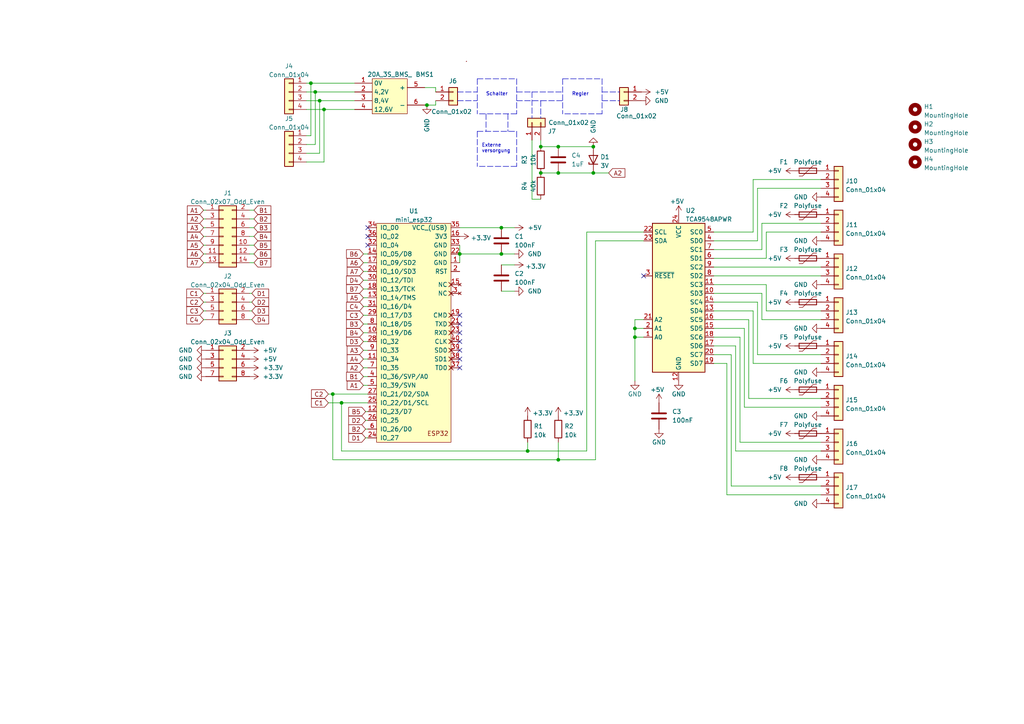
<source format=kicad_sch>
(kicad_sch (version 20211123) (generator eeschema)
  (paper "A4")
  (lib_symbols
    (symbol "Connector_Generic:Conn_01x02" (pin_names (offset 1.016) hide)
      (property "Reference" "J" (at 0 2.54 0))
      (property "Value" "Conn_01x02" (at 0 -5.08 0))
      (symbol "Conn_01x02_1_1"
        (rectangle (start -1.27 -2.413) (end 0 -2.667) (stroke (width 0.1524)))
        (rectangle (start -1.27 0.127) (end 0 -0.127) (stroke (width 0.1524)))
        (rectangle (start -1.27 1.27) (end 1.27 -3.81) (stroke (width 0.254)) (fill (type background)))
        (pin passive line (at -5.08 0 0) (length 3.81) (name "Pin_1") (number "1"))
        (pin passive line (at -5.08 -2.54 0) (length 3.81) (name "Pin_2") (number "2"))
      )
    )
    (symbol "Connector_Generic:Conn_01x04" (pin_names (offset 1.016) hide)
      (property "Reference" "J" (at 0 5.08 0))
      (property "Value" "Conn_01x04" (at 0 -7.62 0))
      (symbol "Conn_01x04_1_1"
        (rectangle (start -1.27 -4.953) (end 0 -5.207) (stroke (width 0.1524)))
        (rectangle (start -1.27 -2.413) (end 0 -2.667) (stroke (width 0.1524)))
        (rectangle (start -1.27 0.127) (end 0 -0.127) (stroke (width 0.1524)))
        (rectangle (start -1.27 2.667) (end 0 2.413) (stroke (width 0.1524)))
        (rectangle (start -1.27 3.81) (end 1.27 -6.35) (stroke (width 0.254)) (fill (type background)))
        (pin passive line (at -5.08 2.54 0) (length 3.81) (name "Pin_1") (number "1"))
        (pin passive line (at -5.08 0 0) (length 3.81) (name "Pin_2") (number "2"))
        (pin passive line (at -5.08 -2.54 0) (length 3.81) (name "Pin_3") (number "3"))
        (pin passive line (at -5.08 -5.08 0) (length 3.81) (name "Pin_4") (number "4"))
      )
    )
    (symbol "Connector_Generic:Conn_02x04_Odd_Even" (pin_names (offset 1.016) hide)
      (property "Reference" "J" (at 1.27 5.08 0))
      (property "Value" "Conn_02x04_Odd_Even" (at 1.27 -7.62 0))
      (symbol "Conn_02x04_Odd_Even_1_1"
        (rectangle (start -1.27 -4.953) (end 0 -5.207) (stroke (width 0.1524)))
        (rectangle (start -1.27 -2.413) (end 0 -2.667) (stroke (width 0.1524)))
        (rectangle (start -1.27 0.127) (end 0 -0.127) (stroke (width 0.1524)))
        (rectangle (start -1.27 2.667) (end 0 2.413) (stroke (width 0.1524)))
        (rectangle (start -1.27 3.81) (end 3.81 -6.35) (stroke (width 0.254)) (fill (type background)))
        (rectangle (start 3.81 -4.953) (end 2.54 -5.207) (stroke (width 0.1524)))
        (rectangle (start 3.81 -2.413) (end 2.54 -2.667) (stroke (width 0.1524)))
        (rectangle (start 3.81 0.127) (end 2.54 -0.127) (stroke (width 0.1524)))
        (rectangle (start 3.81 2.667) (end 2.54 2.413) (stroke (width 0.1524)))
        (pin passive line (at -5.08 2.54 0) (length 3.81) (name "Pin_1") (number "1"))
        (pin passive line (at 7.62 2.54 180) (length 3.81) (name "Pin_2") (number "2"))
        (pin passive line (at -5.08 0 0) (length 3.81) (name "Pin_3") (number "3"))
        (pin passive line (at 7.62 0 180) (length 3.81) (name "Pin_4") (number "4"))
        (pin passive line (at -5.08 -2.54 0) (length 3.81) (name "Pin_5") (number "5"))
        (pin passive line (at 7.62 -2.54 180) (length 3.81) (name "Pin_6") (number "6"))
        (pin passive line (at -5.08 -5.08 0) (length 3.81) (name "Pin_7") (number "7"))
        (pin passive line (at 7.62 -5.08 180) (length 3.81) (name "Pin_8") (number "8"))
      )
    )
    (symbol "Connector_Generic:Conn_02x07_Odd_Even" (pin_names (offset 1.016) hide)
      (property "Reference" "J" (at 1.27 10.16 0))
      (property "Value" "Conn_02x07_Odd_Even" (at 1.27 -10.16 0))
      (symbol "Conn_02x07_Odd_Even_1_1"
        (rectangle (start -1.27 -7.493) (end 0 -7.747) (stroke (width 0.1524)))
        (rectangle (start -1.27 -4.953) (end 0 -5.207) (stroke (width 0.1524)))
        (rectangle (start -1.27 -2.413) (end 0 -2.667) (stroke (width 0.1524)))
        (rectangle (start -1.27 0.127) (end 0 -0.127) (stroke (width 0.1524)))
        (rectangle (start -1.27 2.667) (end 0 2.413) (stroke (width 0.1524)))
        (rectangle (start -1.27 5.207) (end 0 4.953) (stroke (width 0.1524)))
        (rectangle (start -1.27 7.747) (end 0 7.493) (stroke (width 0.1524)))
        (rectangle (start -1.27 8.89) (end 3.81 -8.89) (stroke (width 0.254)) (fill (type background)))
        (rectangle (start 3.81 -7.493) (end 2.54 -7.747) (stroke (width 0.1524)))
        (rectangle (start 3.81 -4.953) (end 2.54 -5.207) (stroke (width 0.1524)))
        (rectangle (start 3.81 -2.413) (end 2.54 -2.667) (stroke (width 0.1524)))
        (rectangle (start 3.81 0.127) (end 2.54 -0.127) (stroke (width 0.1524)))
        (rectangle (start 3.81 2.667) (end 2.54 2.413) (stroke (width 0.1524)))
        (rectangle (start 3.81 5.207) (end 2.54 4.953) (stroke (width 0.1524)))
        (rectangle (start 3.81 7.747) (end 2.54 7.493) (stroke (width 0.1524)))
        (pin passive line (at -5.08 7.62 0) (length 3.81) (name "Pin_1") (number "1"))
        (pin passive line (at 7.62 -2.54 180) (length 3.81) (name "Pin_10") (number "10"))
        (pin passive line (at -5.08 -5.08 0) (length 3.81) (name "Pin_11") (number "11"))
        (pin passive line (at 7.62 -5.08 180) (length 3.81) (name "Pin_12") (number "12"))
        (pin passive line (at -5.08 -7.62 0) (length 3.81) (name "Pin_13") (number "13"))
        (pin passive line (at 7.62 -7.62 180) (length 3.81) (name "Pin_14") (number "14"))
        (pin passive line (at 7.62 7.62 180) (length 3.81) (name "Pin_2") (number "2"))
        (pin passive line (at -5.08 5.08 0) (length 3.81) (name "Pin_3") (number "3"))
        (pin passive line (at 7.62 5.08 180) (length 3.81) (name "Pin_4") (number "4"))
        (pin passive line (at -5.08 2.54 0) (length 3.81) (name "Pin_5") (number "5"))
        (pin passive line (at 7.62 2.54 180) (length 3.81) (name "Pin_6") (number "6"))
        (pin passive line (at -5.08 0 0) (length 3.81) (name "Pin_7") (number "7"))
        (pin passive line (at 7.62 0 180) (length 3.81) (name "Pin_8") (number "8"))
        (pin passive line (at -5.08 -2.54 0) (length 3.81) (name "Pin_9") (number "9"))
      )
    )
    (symbol "Custom Components:20A_3S_BMS_"
      (property "Reference" "BMS" (at 0 10.16 0))
      (property "Value" "20A_3S_BMS_" (at 0 -10.16 0))
      (symbol "20A_3S_BMS__0_1"
        (rectangle (start -5.08 5.08) (end 5.08 -5.08) (stroke (width 0.1524)) (fill (type background)))
        (polyline (pts (xy 22.225 10.16) (xy 22.225 10.16)) (stroke (width 0.1524)))
        (polyline (pts (xy 22.225 10.16) (xy 22.225 10.16)) (stroke (width 0.1524)))
        (polyline (pts (xy 22.225 10.16) (xy 22.225 10.16)) (stroke (width 0.1524)))
        (polyline (pts (xy 22.225 10.16) (xy 22.225 10.16)) (stroke (width 0.1524)))
        (polyline (pts (xy 22.225 10.16) (xy 22.225 10.16)) (stroke (width 0.1524)))
        (rectangle (start 22.225 10.16) (end 22.225 10.16) (stroke (width 0.1524)))
        (rectangle (start 22.225 10.16) (end 22.225 10.16) (stroke (width 0.1524)))
        (rectangle (start 22.225 10.16) (end 22.225 10.16) (stroke (width 0.1524)))
        (rectangle (start 22.225 10.16) (end 22.225 10.16) (stroke (width 0.1524)))
        (rectangle (start 22.225 10.16) (end 22.225 10.16) (stroke (width 0.1524)))
        (rectangle (start 22.225 10.16) (end 22.225 10.16) (stroke (width 0.1524)))
        (rectangle (start 22.225 10.16) (end 22.225 10.16) (stroke (width 0.1524)))
        (rectangle (start 22.225 10.16) (end 22.225 10.16) (stroke (width 0.1524)))
        (rectangle (start 22.225 10.16) (end 22.225 10.16) (stroke (width 0.1524)))
        (rectangle (start 22.225 10.16) (end 22.225 10.16) (stroke (width 0.1524)))
        (rectangle (start 22.225 10.16) (end 22.225 10.16) (stroke (width 0.1524)))
        (rectangle (start 22.225 10.16) (end 22.225 10.16) (stroke (width 0.1524)))
        (rectangle (start 22.225 10.16) (end 22.225 10.16) (stroke (width 0.1524)))
        (rectangle (start 22.225 10.16) (end 22.225 10.16) (stroke (width 0.1524)))
        (rectangle (start 22.225 10.16) (end 22.225 10.16) (stroke (width 0.1524)))
        (rectangle (start 22.225 10.16) (end 22.225 10.16) (stroke (width 0.1524)))
        (rectangle (start 22.225 10.16) (end 22.225 10.16) (stroke (width 0.1524)))
        (rectangle (start 22.225 10.16) (end 22.225 10.16) (stroke (width 0.1524)))
        (rectangle (start 22.225 10.16) (end 22.225 10.16) (stroke (width 0.1524)))
        (rectangle (start 22.225 10.16) (end 22.225 10.16) (stroke (width 0.1524)))
        (rectangle (start 22.225 10.16) (end 22.225 10.16) (stroke (width 0.1524)))
        (rectangle (start 22.225 10.16) (end 22.225 10.16) (stroke (width 0.1524)))
        (rectangle (start 22.225 10.16) (end 22.225 10.16) (stroke (width 0.1524)))
        (rectangle (start 22.225 10.16) (end 22.225 10.16) (stroke (width 0.1524)))
      )
      (symbol "20A_3S_BMS__1_1"
        (pin input line (at -10.16 3.81 0) (length 5.08) (name "0V") (number "1"))
        (pin input line (at -10.16 1.27 0) (length 5.08) (name "4,2V") (number "2"))
        (pin input line (at -10.16 -1.27 0) (length 5.08) (name "8,4V") (number "3"))
        (pin input line (at -10.16 -3.81 0) (length 5.08) (name "12,6V") (number "4"))
        (pin output line (at 10.16 2.54 180) (length 5.08) (name "+") (number "5"))
        (pin output line (at 10.16 -2.54 180) (length 5.08) (name "-") (number "6"))
      )
    )
    (symbol "Device:C" (pin_numbers hide) (pin_names (offset 0.254))
      (property "Reference" "C" (at 0.635 2.54 0))
      (property "Value" "C" (at 0.635 -2.54 0))
      (symbol "C_0_1"
        (polyline (pts (xy -2.032 -0.762) (xy 2.032 -0.762)) (stroke (width 0.508)))
        (polyline (pts (xy -2.032 0.762) (xy 2.032 0.762)) (stroke (width 0.508)))
      )
      (symbol "C_1_1"
        (pin passive line (at 0 3.81 270) (length 2.794) (name "~") (number "1"))
        (pin passive line (at 0 -3.81 90) (length 2.794) (name "~") (number "2"))
      )
    )
    (symbol "Device:D_Zener" (pin_numbers hide) (pin_names (offset 1.016) hide)
      (property "Reference" "D" (at 0 2.54 0))
      (property "Value" "D_Zener" (at 0 -2.54 0))
      (symbol "D_Zener_0_1"
        (polyline (pts (xy 1.27 0) (xy -1.27 0)))
        (polyline (pts (xy -1.27 -1.27) (xy -1.27 1.27) (xy -0.762 1.27)) (stroke (width 0.254)))
        (polyline (pts (xy 1.27 -1.27) (xy 1.27 1.27) (xy -1.27 0) (xy 1.27 -1.27)) (stroke (width 0.254)))
      )
      (symbol "D_Zener_1_1"
        (pin passive line (at -3.81 0 0) (length 2.54) (name "K") (number "1"))
        (pin passive line (at 3.81 0 180) (length 2.54) (name "A") (number "2"))
      )
    )
    (symbol "Device:Polyfuse" (pin_numbers hide) (pin_names (offset 0))
      (property "Reference" "F" (at -2.54 0 90))
      (property "Value" "Polyfuse" (at 2.54 0 90))
      (symbol "Polyfuse_0_1"
        (rectangle (start -0.762 2.54) (end 0.762 -2.54) (stroke (width 0.254)))
        (polyline (pts (xy 0 2.54) (xy 0 -2.54)))
        (polyline (pts (xy -1.524 2.54) (xy -1.524 1.524) (xy 1.524 -1.524) (xy 1.524 -2.54)))
      )
      (symbol "Polyfuse_1_1"
        (pin passive line (at 0 3.81 270) (length 1.27) (name "~") (number "1"))
        (pin passive line (at 0 -3.81 90) (length 1.27) (name "~") (number "2"))
      )
    )
    (symbol "Device:R" (pin_numbers hide) (pin_names (offset 0))
      (property "Reference" "R" (at 2.032 0 90))
      (property "Value" "R" (at 0 0 90))
      (symbol "R_0_1"
        (rectangle (start -1.016 -2.54) (end 1.016 2.54) (stroke (width 0.254)))
      )
      (symbol "R_1_1"
        (pin passive line (at 0 3.81 270) (length 1.27) (name "~") (number "1"))
        (pin passive line (at 0 -3.81 90) (length 1.27) (name "~") (number "2"))
      )
    )
    (symbol "ESPMINI:mini_esp32" (pin_names (offset 1.016))
      (property "Reference" "U" (at -7.62 -50.8 0))
      (property "Value" "mini_esp32" (at 5.08 -59.69 0))
      (symbol "mini_esp32_0_0"
        (text "ESP32" (at 7.62 -62.23 0) (effects (font (size 1.27 1.27))))
        (pin power_in line (at 13.97 -12.7 180) (length 2.54) (name "GND") (number "1"))
        (pin input line (at 13.97 -15.24 180) (length 2.54) (name "RST") (number "2"))
        (pin no_connect non_logic (at 13.97 -21.59 180) (length 2.54) (name "NC") (number "3"))
        (pin bidirectional line (at -12.7 -45.72 0) (length 2.54) (name "IO_36/SVP/A0") (number "4"))
        (pin bidirectional line (at -12.7 -48.26 0) (length 2.54) (name "IO_39/SVN") (number "5"))
      )
      (symbol "mini_esp32_0_1"
        (rectangle (start -10.16 -1.27) (end 11.43 -64.77) (fill (type background)))
      )
      (symbol "mini_esp32_1_1"
        (pin bidirectional line (at -12.7 -33.02 0) (length 2.54) (name "IO_19/D6") (number "10"))
        (pin bidirectional line (at -12.7 -40.64 0) (length 2.54) (name "IO_34") (number "11"))
        (pin bidirectional line (at -12.7 -55.88 0) (length 2.54) (name "IO_23/D7") (number "12"))
        (pin bidirectional line (at -12.7 -22.86 0) (length 2.54) (name "IO_14/TMS") (number "13"))
        (pin bidirectional line (at -12.7 -10.16 0) (length 2.54) (name "IO_05/D8") (number "14"))
        (pin no_connect non_logic (at 13.97 -19.05 180) (length 2.54) (name "NC") (number "15"))
        (pin power_in line (at 13.97 -5.08 180) (length 2.54) (name "3V3") (number "16"))
        (pin bidirectional line (at -12.7 -12.7 0) (length 2.54) (name "IO_09/SD2") (number "17"))
        (pin bidirectional line (at -12.7 -20.32 0) (length 2.54) (name "IO_13/TCK") (number "18"))
        (pin passive non_logic (at 13.97 -27.94 180) (length 2.54) (name "CMD") (number "19"))
        (pin bidirectional line (at -12.7 -15.24 0) (length 2.54) (name "IO_10/SD3") (number "20"))
        (pin passive non_logic (at 13.97 -30.48 180) (length 2.54) (name "TXD") (number "21"))
        (pin power_in line (at 13.97 -10.16 180) (length 2.54) (name "GND") (number "22"))
        (pin passive non_logic (at 13.97 -33.02 180) (length 2.54) (name "RXD") (number "23"))
        (pin bidirectional line (at -12.7 -63.5 0) (length 2.54) (name "IO_27") (number "24"))
        (pin bidirectional line (at -12.7 -53.34 0) (length 2.54) (name "IO_22/D1/SCL") (number "25"))
        (pin bidirectional line (at -12.7 -58.42 0) (length 2.54) (name "IO_25") (number "26"))
        (pin bidirectional line (at -12.7 -50.8 0) (length 2.54) (name "IO_21/D2/SDA") (number "27"))
        (pin bidirectional line (at -12.7 -35.56 0) (length 2.54) (name "IO_32") (number "28"))
        (pin bidirectional line (at -12.7 -27.94 0) (length 2.54) (name "IO_17/D3") (number "29"))
        (pin bidirectional line (at -12.7 -17.78 0) (length 2.54) (name "IO_12/TDI") (number "30"))
        (pin bidirectional line (at -12.7 -25.4 0) (length 2.54) (name "IO_16/D4") (number "31"))
        (pin bidirectional line (at -12.7 -7.62 0) (length 2.54) (name "IO_04") (number "32"))
        (pin power_in line (at 13.97 -7.62 180) (length 2.54) (name "GND") (number "33"))
        (pin bidirectional line (at -12.7 -2.54 0) (length 2.54) (name "IO_00") (number "34"))
        (pin power_in line (at 13.97 -2.54 180) (length 2.54) (name "VCC_(USB)") (number "35"))
        (pin bidirectional line (at -12.7 -5.08 0) (length 2.54) (name "IO_02") (number "36"))
        (pin passive non_logic (at 13.97 -43.18 180) (length 2.54) (name "TD0") (number "37"))
        (pin passive non_logic (at 13.97 -40.64 180) (length 2.54) (name "SD1") (number "38"))
        (pin passive non_logic (at 13.97 -38.1 180) (length 2.54) (name "SD0") (number "39"))
        (pin passive non_logic (at 13.97 -35.56 180) (length 2.54) (name "CLK") (number "40"))
        (pin bidirectional line (at -12.7 -60.96 0) (length 2.54) (name "IO_26/D0") (number "6"))
        (pin bidirectional line (at -12.7 -43.18 0) (length 2.54) (name "IO_35") (number "7"))
        (pin bidirectional line (at -12.7 -30.48 0) (length 2.54) (name "IO_18/D5") (number "8"))
        (pin bidirectional line (at -12.7 -38.1 0) (length 2.54) (name "IO_33") (number "9"))
      )
    )
    (symbol "Interface_Expansion:TCA9548APWR"
      (property "Reference" "U" (at -7.62 21.59 0))
      (property "Value" "TCA9548APWR" (at 1.016 21.59 0))
      (symbol "TCA9548APWR_0_1"
        (rectangle (start -7.62 20.32) (end 7.62 -22.86) (stroke (width 0.254)) (fill (type background)))
      )
      (symbol "TCA9548APWR_1_1"
        (pin input line (at -10.16 -12.7 0) (length 2.54) (name "A0") (number "1"))
        (pin bidirectional line (at 10.16 0 180) (length 2.54) (name "SD3") (number "10"))
        (pin output line (at 10.16 2.54 180) (length 2.54) (name "SC3") (number "11"))
        (pin power_in line (at 0 -25.4 90) (length 2.54) (name "GND") (number "12"))
        (pin bidirectional line (at 10.16 -5.08 180) (length 2.54) (name "SD4") (number "13"))
        (pin output line (at 10.16 -2.54 180) (length 2.54) (name "SC4") (number "14"))
        (pin bidirectional line (at 10.16 -10.16 180) (length 2.54) (name "SD5") (number "15"))
        (pin output line (at 10.16 -7.62 180) (length 2.54) (name "SC5") (number "16"))
        (pin bidirectional line (at 10.16 -15.24 180) (length 2.54) (name "SD6") (number "17"))
        (pin output line (at 10.16 -12.7 180) (length 2.54) (name "SC6") (number "18"))
        (pin bidirectional line (at 10.16 -20.32 180) (length 2.54) (name "SD7") (number "19"))
        (pin input line (at -10.16 -10.16 0) (length 2.54) (name "A1") (number "2"))
        (pin output line (at 10.16 -17.78 180) (length 2.54) (name "SC7") (number "20"))
        (pin input line (at -10.16 -7.62 0) (length 2.54) (name "A2") (number "21"))
        (pin input line (at -10.16 17.78 0) (length 2.54) (name "SCL") (number "22"))
        (pin bidirectional line (at -10.16 15.24 0) (length 2.54) (name "SDA") (number "23"))
        (pin power_in line (at 0 22.86 270) (length 2.54) (name "VCC") (number "24"))
        (pin input line (at -10.16 5.08 0) (length 2.54) (name "~{RESET}") (number "3"))
        (pin bidirectional line (at 10.16 15.24 180) (length 2.54) (name "SD0") (number "4"))
        (pin output line (at 10.16 17.78 180) (length 2.54) (name "SC0") (number "5"))
        (pin bidirectional line (at 10.16 10.16 180) (length 2.54) (name "SD1") (number "6"))
        (pin output line (at 10.16 12.7 180) (length 2.54) (name "SC1") (number "7"))
        (pin bidirectional line (at 10.16 5.08 180) (length 2.54) (name "SD2") (number "8"))
        (pin output line (at 10.16 7.62 180) (length 2.54) (name "SC2") (number "9"))
      )
    )
    (symbol "Mechanical:MountingHole" (pin_names (offset 1.016))
      (property "Reference" "H" (at 0 5.08 0))
      (property "Value" "MountingHole" (at 0 3.175 0))
      (symbol "MountingHole_0_1"
        (circle (center 0 0) (radius 1.27) (stroke (width 1.27)))
      )
    )
    (symbol "power:+3.3V" (power) (pin_names (offset 0))
      (property "Value" "+3.3V" (at 0 3.556 0))
      (symbol "+3.3V_0_1"
        (polyline (pts (xy -0.762 1.27) (xy 0 2.54)))
        (polyline (pts (xy 0 0) (xy 0 2.54)))
        (polyline (pts (xy 0 2.54) (xy 0.762 1.27)))
      )
      (symbol "+3.3V_1_1"
        (pin power_in line (at 0 0 90) (length 0) hide (name "+3.3V") (number "1"))
      )
    )
    (symbol "power:+5V" (power) (pin_names (offset 0))
      (property "Value" "+5V" (at 0 3.556 0))
      (symbol "+5V_0_1"
        (polyline (pts (xy -0.762 1.27) (xy 0 2.54)))
        (polyline (pts (xy 0 0) (xy 0 2.54)))
        (polyline (pts (xy 0 2.54) (xy 0.762 1.27)))
      )
      (symbol "+5V_1_1"
        (pin power_in line (at 0 0 90) (length 0) hide (name "+5V") (number "1"))
      )
    )
    (symbol "power:GND" (power) (pin_names (offset 0))
      (property "Value" "GND" (at 0 -3.81 0))
      (symbol "GND_0_1"
        (polyline (pts (xy 0 0) (xy 0 -1.27) (xy 1.27 -1.27) (xy 0 -2.54) (xy -1.27 -1.27) (xy 0 -1.27)))
      )
      (symbol "GND_1_1"
        (pin power_in line (at 0 0 270) (length 0) hide (name "GND") (number "1"))
      )
    )
  )
  (junction (at 161.925 50.165))
  (junction (at 156.845 42.545))
  (junction (at 99.06 116.84))
  (junction (at 172.085 42.545))
  (junction (at 123.825 30.48))
  (junction (at 145.415 66.04))
  (junction (at 93.98 31.75))
  (junction (at 133.35 73.66))
  (junction (at 92.71 29.21))
  (junction (at 184.15 97.79))
  (junction (at 145.415 73.66))
  (junction (at 156.845 50.165))
  (junction (at 161.925 133.35))
  (junction (at 184.15 95.25))
  (junction (at 161.925 42.545))
  (junction (at 153.035 130.81))
  (junction (at 90.17 24.13))
  (junction (at 91.44 26.67))
  (junction (at 172.085 50.165))
  (junction (at 96.52 114.3))
  (no_connect (at 186.69 80.01))
  (no_connect (at 106.68 66.04))
  (no_connect (at 106.68 68.58))
  (no_connect (at 106.68 71.12))
  (no_connect (at 133.35 91.44))
  (no_connect (at 133.35 93.98))
  (no_connect (at 133.35 96.52))
  (no_connect (at 133.35 99.06))
  (no_connect (at 133.35 104.14))
  (no_connect (at 133.35 106.68))
  (no_connect (at 133.35 101.6))
  (polyline (pts (xy 154.305 26.67) (xy 163.195 26.67)))
  (wire (pts (xy 73.025 85.09) (xy 72.39 85.09)))
  (wire (pts (xy 212.09 102.87) (xy 212.09 140.97)))
  (wire (pts (xy 105.41 83.82) (xy 106.68 83.82)))
  (polyline (pts (xy 149.86 29.21) (xy 156.845 29.21)))
  (wire (pts (xy 207.01 97.79) (xy 214.63 97.79)))
  (wire (pts (xy 215.9 118.11) (xy 238.125 118.11)))
  (wire (pts (xy 59.055 85.09) (xy 59.69 85.09)))
  (wire (pts (xy 88.9 41.91) (xy 91.44 41.91)))
  (wire (pts (xy 207.01 80.01) (xy 238.125 80.01)))
  (wire (pts (xy 222.25 74.93) (xy 222.25 67.31)))
  (wire (pts (xy 218.44 67.31) (xy 218.44 52.07)))
  (wire (pts (xy 96.52 114.3) (xy 96.52 133.35)))
  (wire (pts (xy 73.66 66.04) (xy 72.39 66.04)))
  (wire (pts (xy 218.44 105.41) (xy 238.125 105.41)))
  (wire (pts (xy 73.66 60.96) (xy 72.39 60.96)))
  (wire (pts (xy 105.41 81.28) (xy 106.68 81.28)))
  (wire (pts (xy 96.52 114.3) (xy 106.68 114.3)))
  (wire (pts (xy 73.025 87.63) (xy 72.39 87.63)))
  (wire (pts (xy 123.19 25.4) (xy 126.365 25.4)))
  (wire (pts (xy 172.72 133.35) (xy 172.72 69.85)))
  (wire (pts (xy 105.41 78.74) (xy 106.68 78.74)))
  (polyline (pts (xy 149.86 22.86) (xy 149.86 33.02)))
  (polyline (pts (xy 156.845 29.21) (xy 156.845 34.29)))
  (wire (pts (xy 220.98 92.71) (xy 238.125 92.71)))
  (polyline (pts (xy 174.625 22.86) (xy 174.625 33.02)))
  (wire (pts (xy 219.71 102.87) (xy 238.125 102.87)))
  (wire (pts (xy 207.01 69.85) (xy 219.71 69.85)))
  (wire (pts (xy 105.41 96.52) (xy 106.68 96.52)))
  (wire (pts (xy 153.035 128.27) (xy 153.035 130.81)))
  (wire (pts (xy 59.055 73.66) (xy 59.69 73.66)))
  (wire (pts (xy 92.71 29.21) (xy 102.87 29.21)))
  (wire (pts (xy 123.19 30.48) (xy 123.825 30.48)))
  (wire (pts (xy 105.41 86.36) (xy 106.68 86.36)))
  (wire (pts (xy 88.9 44.45) (xy 92.71 44.45)))
  (wire (pts (xy 217.17 115.57) (xy 238.125 115.57)))
  (wire (pts (xy 207.01 90.17) (xy 218.44 90.17)))
  (wire (pts (xy 88.9 46.99) (xy 93.98 46.99)))
  (wire (pts (xy 207.01 72.39) (xy 220.98 72.39)))
  (wire (pts (xy 105.41 91.44) (xy 106.68 91.44)))
  (polyline (pts (xy 138.43 22.86) (xy 149.86 22.86)))
  (wire (pts (xy 184.15 97.79) (xy 184.15 110.49)))
  (wire (pts (xy 154.305 57.785) (xy 154.305 40.64)))
  (wire (pts (xy 73.025 92.71) (xy 72.39 92.71)))
  (wire (pts (xy 214.63 97.79) (xy 214.63 128.27)))
  (wire (pts (xy 184.15 92.71) (xy 184.15 95.25)))
  (wire (pts (xy 172.72 69.85) (xy 186.69 69.85)))
  (wire (pts (xy 156.845 42.545) (xy 161.925 42.545)))
  (wire (pts (xy 105.41 101.6) (xy 106.68 101.6)))
  (wire (pts (xy 88.9 24.13) (xy 90.17 24.13)))
  (wire (pts (xy 73.66 68.58) (xy 72.39 68.58)))
  (wire (pts (xy 149.225 66.04) (xy 145.415 66.04)))
  (wire (pts (xy 207.01 74.93) (xy 222.25 74.93)))
  (wire (pts (xy 105.41 111.76) (xy 106.68 111.76)))
  (wire (pts (xy 161.925 133.35) (xy 172.72 133.35)))
  (wire (pts (xy 207.01 67.31) (xy 218.44 67.31)))
  (wire (pts (xy 59.055 92.71) (xy 59.69 92.71)))
  (wire (pts (xy 106.045 127) (xy 106.68 127)))
  (wire (pts (xy 106.045 121.92) (xy 106.68 121.92)))
  (wire (pts (xy 218.44 52.07) (xy 238.125 52.07)))
  (wire (pts (xy 99.06 116.84) (xy 106.68 116.84)))
  (wire (pts (xy 215.9 95.25) (xy 215.9 118.11)))
  (wire (pts (xy 59.055 60.96) (xy 59.69 60.96)))
  (wire (pts (xy 105.41 99.06) (xy 106.68 99.06)))
  (wire (pts (xy 161.925 50.165) (xy 172.085 50.165)))
  (wire (pts (xy 123.825 30.48) (xy 126.365 30.48)))
  (wire (pts (xy 59.055 63.5) (xy 59.69 63.5)))
  (wire (pts (xy 156.845 50.165) (xy 161.925 50.165)))
  (polyline (pts (xy 154.305 26.67) (xy 154.305 34.29)))
  (wire (pts (xy 207.01 92.71) (xy 217.17 92.71)))
  (wire (pts (xy 219.71 54.61) (xy 238.125 54.61)))
  (wire (pts (xy 149.225 84.455) (xy 145.415 84.455)))
  (wire (pts (xy 207.01 95.25) (xy 215.9 95.25)))
  (wire (pts (xy 184.15 95.25) (xy 184.15 97.79)))
  (polyline (pts (xy 163.195 22.86) (xy 174.625 22.86)))
  (wire (pts (xy 184.15 97.79) (xy 186.69 97.79)))
  (wire (pts (xy 222.25 90.17) (xy 238.125 90.17)))
  (wire (pts (xy 93.98 46.99) (xy 93.98 31.75)))
  (wire (pts (xy 220.98 72.39) (xy 220.98 64.77)))
  (wire (pts (xy 88.9 29.21) (xy 92.71 29.21)))
  (polyline (pts (xy 138.43 22.86) (xy 138.43 33.02)))
  (wire (pts (xy 219.71 87.63) (xy 219.71 102.87)))
  (wire (pts (xy 105.41 76.2) (xy 106.68 76.2)))
  (wire (pts (xy 217.17 92.71) (xy 217.17 115.57)))
  (wire (pts (xy 161.925 128.27) (xy 161.925 133.35)))
  (polyline (pts (xy 132.715 29.21) (xy 138.43 29.21)))
  (wire (pts (xy 95.25 114.3) (xy 96.52 114.3)))
  (wire (pts (xy 73.66 73.66) (xy 72.39 73.66)))
  (wire (pts (xy 213.36 130.81) (xy 238.125 130.81)))
  (wire (pts (xy 105.41 104.14) (xy 106.68 104.14)))
  (wire (pts (xy 222.25 82.55) (xy 222.25 90.17)))
  (polyline (pts (xy 147.32 33.02) (xy 147.32 38.1)))
  (wire (pts (xy 59.055 90.17) (xy 59.69 90.17)))
  (wire (pts (xy 207.01 82.55) (xy 222.25 82.55)))
  (wire (pts (xy 133.35 71.12) (xy 133.35 73.66)))
  (wire (pts (xy 91.44 26.67) (xy 102.87 26.67)))
  (wire (pts (xy 92.71 44.45) (xy 92.71 29.21)))
  (wire (pts (xy 207.01 105.41) (xy 210.82 105.41)))
  (wire (pts (xy 156.845 40.64) (xy 156.845 42.545)))
  (wire (pts (xy 105.41 73.66) (xy 106.68 73.66)))
  (wire (pts (xy 99.06 130.81) (xy 153.035 130.81)))
  (polyline (pts (xy 174.625 29.21) (xy 179.705 29.21)))
  (wire (pts (xy 99.06 116.84) (xy 99.06 130.81)))
  (wire (pts (xy 222.25 67.31) (xy 238.125 67.31)))
  (wire (pts (xy 59.055 68.58) (xy 59.69 68.58)))
  (polyline (pts (xy 149.86 38.1) (xy 149.86 48.26)))
  (wire (pts (xy 149.225 73.66) (xy 145.415 73.66)))
  (wire (pts (xy 91.44 41.91) (xy 91.44 26.67)))
  (wire (pts (xy 156.845 57.785) (xy 154.305 57.785)))
  (wire (pts (xy 106.045 119.38) (xy 106.68 119.38)))
  (wire (pts (xy 59.055 71.12) (xy 59.69 71.12)))
  (wire (pts (xy 210.82 143.51) (xy 238.125 143.51)))
  (wire (pts (xy 126.365 29.21) (xy 126.365 30.48)))
  (wire (pts (xy 88.9 26.67) (xy 91.44 26.67)))
  (wire (pts (xy 95.25 116.84) (xy 99.06 116.84)))
  (wire (pts (xy 133.35 66.04) (xy 145.415 66.04)))
  (wire (pts (xy 88.9 31.75) (xy 93.98 31.75)))
  (wire (pts (xy 220.98 85.09) (xy 220.98 92.71)))
  (polyline (pts (xy 149.86 26.67) (xy 154.305 26.67)))
  (wire (pts (xy 73.66 71.12) (xy 72.39 71.12)))
  (wire (pts (xy 93.98 31.75) (xy 102.87 31.75)))
  (wire (pts (xy 105.41 106.68) (xy 106.68 106.68)))
  (wire (pts (xy 88.9 39.37) (xy 90.17 39.37)))
  (polyline (pts (xy 174.625 26.67) (xy 179.705 26.67)))
  (wire (pts (xy 207.01 100.33) (xy 213.36 100.33)))
  (wire (pts (xy 105.41 93.98) (xy 106.68 93.98)))
  (wire (pts (xy 213.36 100.33) (xy 213.36 130.81)))
  (wire (pts (xy 161.925 42.545) (xy 172.085 42.545)))
  (wire (pts (xy 184.15 95.25) (xy 186.69 95.25)))
  (wire (pts (xy 105.41 109.22) (xy 106.68 109.22)))
  (polyline (pts (xy 140.97 33.02) (xy 140.97 38.1)))
  (wire (pts (xy 212.09 140.97) (xy 238.125 140.97)))
  (wire (pts (xy 207.01 87.63) (xy 219.71 87.63)))
  (wire (pts (xy 153.035 130.81) (xy 170.18 130.81)))
  (wire (pts (xy 214.63 128.27) (xy 238.125 128.27)))
  (wire (pts (xy 218.44 90.17) (xy 218.44 105.41)))
  (wire (pts (xy 207.01 102.87) (xy 212.09 102.87)))
  (wire (pts (xy 105.41 88.9) (xy 106.68 88.9)))
  (wire (pts (xy 220.98 64.77) (xy 238.125 64.77)))
  (wire (pts (xy 186.69 92.71) (xy 184.15 92.71)))
  (wire (pts (xy 59.055 87.63) (xy 59.69 87.63)))
  (polyline (pts (xy 138.43 38.1) (xy 138.43 48.26)))
  (wire (pts (xy 219.71 69.85) (xy 219.71 54.61)))
  (polyline (pts (xy 149.86 33.02) (xy 138.43 33.02)))
  (polyline (pts (xy 174.625 33.02) (xy 163.195 33.02)))
  (polyline (pts (xy 132.715 26.67) (xy 138.43 26.67)))
  (wire (pts (xy 73.66 63.5) (xy 72.39 63.5)))
  (wire (pts (xy 170.18 67.31) (xy 186.69 67.31)))
  (wire (pts (xy 172.085 50.165) (xy 176.53 50.165)))
  (wire (pts (xy 59.055 76.2) (xy 59.69 76.2)))
  (wire (pts (xy 133.35 73.66) (xy 145.415 73.66)))
  (wire (pts (xy 59.055 66.04) (xy 59.69 66.04)))
  (wire (pts (xy 207.01 77.47) (xy 238.125 77.47)))
  (wire (pts (xy 73.025 90.17) (xy 72.39 90.17)))
  (wire (pts (xy 126.365 25.4) (xy 126.365 26.67)))
  (polyline (pts (xy 149.86 48.26) (xy 138.43 48.26)))
  (wire (pts (xy 210.82 105.41) (xy 210.82 143.51)))
  (wire (pts (xy 90.17 24.13) (xy 90.17 39.37)))
  (wire (pts (xy 170.18 130.81) (xy 170.18 67.31)))
  (polyline (pts (xy 163.195 22.86) (xy 163.195 33.02)))
  (polyline (pts (xy 138.43 38.1) (xy 149.86 38.1)))
  (wire (pts (xy 96.52 133.35) (xy 161.925 133.35)))
  (wire (pts (xy 149.225 76.835) (xy 145.415 76.835)))
  (wire (pts (xy 133.35 73.66) (xy 133.35 76.2)))
  (polyline (pts (xy 156.845 29.21) (xy 163.195 29.21)))
  (wire (pts (xy 73.66 76.2) (xy 72.39 76.2)))
  (wire (pts (xy 106.045 124.46) (xy 106.68 124.46)))
  (wire (pts (xy 90.17 24.13) (xy 102.87 24.13)))
  (wire (pts (xy 207.01 85.09) (xy 220.98 85.09)))
  (text "Schalter" (at 147.32 27.94 180) (effects (font (size 1 1)) (justify right bottom)))
  (text "Externe\nversorgung" (at 139.7 44.45 0) (effects (font (size 1 1)) (justify left bottom)))
  (text "Regler" (at 170.815 27.94 180) (effects (font (size 1 1)) (justify right bottom)))
  (global_label "B3" (shape input) (at 105.41 93.98 180) (property "Intersheet References" "${INTERSHEET_REFS}" (effects hide)))
  (global_label "A6" (shape input) (at 59.055 73.66 180) (property "Intersheet References" "${INTERSHEET_REFS}" (effects hide)))
  (global_label "B1" (shape input) (at 73.66 60.96 0) (property "Intersheet References" "${INTERSHEET_REFS}" (effects hide)))
  (global_label "D1" (shape input) (at 73.025 85.09 0) (property "Intersheet References" "${INTERSHEET_REFS}" (effects hide)))
  (global_label "A5" (shape input) (at 105.41 86.36 180) (property "Intersheet References" "${INTERSHEET_REFS}" (effects hide)))
  (global_label "D4" (shape input) (at 105.41 81.28 180) (property "Intersheet References" "${INTERSHEET_REFS}" (effects hide)))
  (global_label "C2" (shape input) (at 59.055 87.63 180) (property "Intersheet References" "${INTERSHEET_REFS}" (effects hide)))
  (global_label "C4" (shape input) (at 105.41 88.9 180) (property "Intersheet References" "${INTERSHEET_REFS}" (effects hide)))
  (global_label "B2" (shape input) (at 106.045 124.46 180) (property "Intersheet References" "${INTERSHEET_REFS}" (effects hide)))
  (global_label "A4" (shape input) (at 105.41 104.14 180) (property "Intersheet References" "${INTERSHEET_REFS}" (effects hide)))
  (global_label "A7" (shape input) (at 59.055 76.2 180) (property "Intersheet References" "${INTERSHEET_REFS}" (effects hide)))
  (global_label "C4" (shape input) (at 59.055 92.71 180) (property "Intersheet References" "${INTERSHEET_REFS}" (effects hide)))
  (global_label "A7" (shape input) (at 105.41 78.74 180) (property "Intersheet References" "${INTERSHEET_REFS}" (effects hide)))
  (global_label "C1" (shape input) (at 59.055 85.09 180) (property "Intersheet References" "${INTERSHEET_REFS}" (effects hide)))
  (global_label "A2" (shape input) (at 59.055 63.5 180) (property "Intersheet References" "${INTERSHEET_REFS}" (effects hide)))
  (global_label "A1" (shape input) (at 105.41 111.76 180) (property "Intersheet References" "${INTERSHEET_REFS}" (effects hide)))
  (global_label "B4" (shape input) (at 105.41 96.52 180) (property "Intersheet References" "${INTERSHEET_REFS}" (effects hide)))
  (global_label "B5" (shape input) (at 73.66 71.12 0) (property "Intersheet References" "${INTERSHEET_REFS}" (effects hide)))
  (global_label "B6" (shape input) (at 105.41 73.66 180) (property "Intersheet References" "${INTERSHEET_REFS}" (effects hide)))
  (global_label "A2" (shape input) (at 176.53 50.165 0) (property "Intersheet References" "${INTERSHEET_REFS}" (effects hide)))
  (global_label "B6" (shape input) (at 73.66 73.66 0) (property "Intersheet References" "${INTERSHEET_REFS}" (effects hide)))
  (global_label "D2" (shape input) (at 106.045 121.92 180) (property "Intersheet References" "${INTERSHEET_REFS}" (effects hide)))
  (global_label "A5" (shape input) (at 59.055 71.12 180) (property "Intersheet References" "${INTERSHEET_REFS}" (effects hide)))
  (global_label "C3" (shape input) (at 105.41 91.44 180) (property "Intersheet References" "${INTERSHEET_REFS}" (effects hide)))
  (global_label "B5" (shape input) (at 106.045 119.38 180) (property "Intersheet References" "${INTERSHEET_REFS}" (effects hide)))
  (global_label "D1" (shape input) (at 106.045 127 180) (property "Intersheet References" "${INTERSHEET_REFS}" (effects hide)))
  (global_label "A1" (shape input) (at 59.055 60.96 180) (property "Intersheet References" "${INTERSHEET_REFS}" (effects hide)))
  (global_label "D2" (shape input) (at 73.025 87.63 0) (property "Intersheet References" "${INTERSHEET_REFS}" (effects hide)))
  (global_label "B1" (shape input) (at 105.41 109.22 180) (property "Intersheet References" "${INTERSHEET_REFS}" (effects hide)))
  (global_label "B4" (shape input) (at 73.66 68.58 0) (property "Intersheet References" "${INTERSHEET_REFS}" (effects hide)))
  (global_label "C1" (shape input) (at 95.25 116.84 180) (property "Intersheet References" "${INTERSHEET_REFS}" (effects hide)))
  (global_label "C2" (shape input) (at 95.25 114.3 180) (property "Intersheet References" "${INTERSHEET_REFS}" (effects hide)))
  (global_label "A6" (shape input) (at 105.41 76.2 180) (property "Intersheet References" "${INTERSHEET_REFS}" (effects hide)))
  (global_label "A3" (shape input) (at 59.055 66.04 180) (property "Intersheet References" "${INTERSHEET_REFS}" (effects hide)))
  (global_label "D4" (shape input) (at 73.025 92.71 0) (property "Intersheet References" "${INTERSHEET_REFS}" (effects hide)))
  (global_label "B7" (shape input) (at 73.66 76.2 0) (property "Intersheet References" "${INTERSHEET_REFS}" (effects hide)))
  (global_label "B2" (shape input) (at 73.66 63.5 0) (property "Intersheet References" "${INTERSHEET_REFS}" (effects hide)))
  (global_label "A2" (shape input) (at 105.41 106.68 180) (property "Intersheet References" "${INTERSHEET_REFS}" (effects hide)))
  (global_label "A4" (shape input) (at 59.055 68.58 180) (property "Intersheet References" "${INTERSHEET_REFS}" (effects hide)))
  (global_label "D3" (shape input) (at 73.025 90.17 0) (property "Intersheet References" "${INTERSHEET_REFS}" (effects hide)))
  (global_label "B7" (shape input) (at 105.41 83.82 180) (property "Intersheet References" "${INTERSHEET_REFS}" (effects hide)))
  (global_label "A3" (shape input) (at 105.41 101.6 180) (property "Intersheet References" "${INTERSHEET_REFS}" (effects hide)))
  (global_label "D3" (shape input) (at 105.41 99.06 180) (property "Intersheet References" "${INTERSHEET_REFS}" (effects hide)))
  (global_label "C3" (shape input) (at 59.055 90.17 180) (property "Intersheet References" "${INTERSHEET_REFS}" (effects hide)))
  (global_label "B3" (shape input) (at 73.66 66.04 0) (property "Intersheet References" "${INTERSHEET_REFS}" (effects hide)))
  (symbol (lib_id "power:GND") (at 149.225 84.455 90) (unit 1)
    (property "Reference" "#PWR013" (effects hide))
    (property "Value" "GND" (at 153.035 84.455 90) (effects (justify right)))
  )
  (symbol (lib_id "power:GND") (at 186.055 29.21 90) (unit 1)
    (property "Reference" "#PWR020" (effects hide))
    (property "Value" "GND" (at 189.865 29.21 90) (effects (justify right)))
  )
  (symbol (lib_id "power:+5V") (at 230.505 62.23 90) (unit 1)
    (property "Reference" "#PWR024" (effects hide))
    (property "Value" "+5V" (at 226.695 62.23 90) (effects (justify left)))
  )
  (symbol (lib_id "power:GND") (at 59.69 104.14 270) (unit 1)
    (property "Reference" "#PWR02" (effects hide))
    (property "Value" "GND" (at 55.88 104.14 90) (effects (justify right)))
  )
  (symbol (lib_id "power:+5V") (at 72.39 104.14 270) (unit 1)
    (property "Reference" "#PWR06" (effects hide))
    (property "Value" "+5V" (at 76.2 104.14 90) (effects (justify left)))
  )
  (symbol (lib_id "power:+5V") (at 230.505 100.33 90) (unit 1)
    (property "Reference" "#PWR027" (effects hide))
    (property "Value" "+5V" (at 226.695 100.33 90) (effects (justify left)))
  )
  (symbol (lib_id "power:+5V") (at 230.505 125.73 90) (unit 1)
    (property "Reference" "#PWR029" (effects hide))
    (property "Value" "+5V" (at 226.695 125.73 90) (effects (justify left)))
  )
  (symbol (lib_id "power:GND") (at 149.225 73.66 90) (unit 1)
    (property "Reference" "#PWR011" (effects hide))
    (property "Value" "GND" (at 153.035 73.66 90) (effects (justify right)))
  )
  (symbol (lib_id "Custom Components:20A_3S_BMS_") (at 113.03 27.94 0) (unit 1)
    (property "Reference" "BMS1" (at 123.19 21.59 0))
    (property "Value" "20A_3S_BMS_" (at 113.03 21.59 0))
    (property "Footprint" "Custom Components:3S 20A BMS" (effects hide))
  )
  (symbol (lib_id "Connector_Generic:Conn_01x02") (at 154.305 35.56 90) (unit 1)
    (property "Reference" "J7" (at 161.29 38.1 90) (effects (justify left)))
    (property "Value" "Conn_01x02" (at 170.815 35.56 90) (effects (justify left)))
    (property "Footprint" "TerminalBlock:TerminalBlock_bornier-2_P5.08mm" (effects hide))
  )
  (symbol (lib_id "power:GND") (at 238.125 146.05 270) (unit 1)
    (property "Reference" "#PWR038" (effects hide))
    (property "Value" "GND" (at 234.315 146.05 90) (effects (justify right)))
  )
  (symbol (lib_id "power:GND") (at 191.135 124.46 0) (unit 1)
    (property "Reference" "#PWR018" (effects hide))
    (property "Value" "GND" (at 191.135 128.27 0))
  )
  (symbol (lib_id "ESPMINI:mini_esp32") (at 119.38 63.5 0) (unit 1)
    (property "Reference" "U1" (at 120.015 61.1972 0))
    (property "Value" "mini_esp32" (at 120.015 63.7341 0))
    (property "Footprint" "ESP32_mini:ESP32_mini" (effects hide))
  )
  (symbol (lib_id "Device:C") (at 161.925 46.355 0) (unit 1)
    (property "Reference" "C4" (at 165.735 45.0849 0) (effects (justify left)))
    (property "Value" "1uF" (at 165.735 47.6249 0) (effects (justify left)))
    (property "Footprint" "Capacitor_SMD:C_0805_2012Metric" (effects hide))
  )
  (symbol (lib_id "Connector_Generic:Conn_01x04") (at 243.205 90.17 0) (unit 1)
    (property "Reference" "J13" (at 245.237 90.6053 0) (effects (justify left)))
    (property "Value" "Conn_01x04" (at 245.237 93.1422 0) (effects (justify left)))
    (property "Footprint" "Connector_JST:JST_EH_S4B-EH_1x04_P2.50mm_Horizontal" (effects hide))
  )
  (symbol (lib_id "power:GND") (at 59.69 101.6 270) (unit 1)
    (property "Reference" "#PWR01" (effects hide))
    (property "Value" "GND" (at 55.88 101.6 90) (effects (justify right)))
  )
  (symbol (lib_id "Device:R") (at 156.845 53.975 180) (unit 1)
    (property "Reference" "R4" (at 152.1292 53.975 90))
    (property "Value" "40k" (at 154.6661 53.975 90))
    (property "Footprint" "Resistor_SMD:R_0805_2012Metric" (effects hide))
  )
  (symbol (lib_id "power:+3.3V") (at 133.35 68.58 270) (unit 1)
    (property "Reference" "#PWR09" (effects hide))
    (property "Value" "+3.3V" (at 136.525 69.0138 90) (effects (justify left)))
  )
  (symbol (lib_id "power:+3.3V") (at 72.39 106.68 270) (unit 1)
    (property "Reference" "#PWR07" (effects hide))
    (property "Value" "+3.3V" (at 76.2 106.6799 90) (effects (justify left)))
  )
  (symbol (lib_id "Connector_Generic:Conn_01x04") (at 83.82 41.91 0) (mirror y) (unit 1)
    (property "Reference" "J5" (at 83.82 34.4002 0))
    (property "Value" "Conn_01x04" (at 83.82 36.9371 0))
    (property "Footprint" "Connector_JST:JST_EH_S4B-EH_1x04_P2.50mm_Horizontal" (effects hide))
  )
  (symbol (lib_id "Mechanical:MountingHole") (at 265.43 41.91 0) (unit 1)
    (property "Reference" "H3" (at 267.97 41.0753 0) (effects (justify left)))
    (property "Value" "MountingHole" (at 267.97 43.6122 0) (effects (justify left)))
    (property "Footprint" "MountingHole:MountingHole_3.2mm_M3" (effects hide))
  )
  (symbol (lib_id "Device:Polyfuse") (at 234.315 100.33 90) (unit 1)
    (property "Reference" "F5" (at 227.33 97.79 90))
    (property "Value" "Polyfuse" (at 234.315 97.7701 90))
    (property "Footprint" "Resistor_SMD:R_0805_2012Metric_Pad1.20x1.40mm_HandSolder" (effects hide))
  )
  (symbol (lib_id "power:+5V") (at 72.39 101.6 270) (unit 1)
    (property "Reference" "#PWR05" (effects hide))
    (property "Value" "+5V" (at 76.2 101.6 90) (effects (justify left)))
  )
  (symbol (lib_id "Mechanical:MountingHole") (at 265.43 46.99 0) (unit 1)
    (property "Reference" "H4" (at 267.97 46.1553 0) (effects (justify left)))
    (property "Value" "MountingHole" (at 267.97 48.6922 0) (effects (justify left)))
    (property "Footprint" "MountingHole:MountingHole_3.2mm_M3" (effects hide))
  )
  (symbol (lib_id "Mechanical:MountingHole") (at 265.43 36.83 0) (unit 1)
    (property "Reference" "H2" (at 267.97 35.9953 0) (effects (justify left)))
    (property "Value" "MountingHole" (at 267.97 38.5322 0) (effects (justify left)))
    (property "Footprint" "MountingHole:MountingHole_3.2mm_M3" (effects hide))
  )
  (symbol (lib_id "Device:Polyfuse") (at 234.315 62.23 90) (unit 1)
    (property "Reference" "F2" (at 227.33 59.69 90))
    (property "Value" "Polyfuse" (at 234.315 59.6701 90))
    (property "Footprint" "Resistor_SMD:R_0805_2012Metric_Pad1.20x1.40mm_HandSolder" (effects hide))
  )
  (symbol (lib_id "Connector_Generic:Conn_01x04") (at 243.205 140.97 0) (unit 1)
    (property "Reference" "J17" (at 245.237 141.4053 0) (effects (justify left)))
    (property "Value" "Conn_01x04" (at 245.237 143.9422 0) (effects (justify left)))
    (property "Footprint" "Connector_JST:JST_EH_S4B-EH_1x04_P2.50mm_Horizontal" (effects hide))
  )
  (symbol (lib_id "power:+5V") (at 191.135 116.84 0) (unit 1)
    (property "Reference" "#PWR017" (effects hide))
    (property "Value" "+5V" (at 188.595 113.03 0) (effects (justify left)))
  )
  (symbol (lib_id "Device:C") (at 145.415 69.85 0) (unit 1)
    (property "Reference" "C1" (at 149.225 68.5799 0) (effects (justify left)))
    (property "Value" "100nF" (at 149.225 71.1199 0) (effects (justify left)))
    (property "Footprint" "Capacitor_SMD:C_0805_2012Metric" (effects hide))
  )
  (symbol (lib_id "power:+3.3V") (at 72.39 109.22 270) (unit 1)
    (property "Reference" "#PWR08" (effects hide))
    (property "Value" "+3.3V" (at 76.2 109.2199 90) (effects (justify left)))
  )
  (symbol (lib_id "Device:Polyfuse") (at 234.315 138.43 90) (unit 1)
    (property "Reference" "F8" (at 227.33 135.89 90))
    (property "Value" "Polyfuse" (at 234.315 135.8701 90))
    (property "Footprint" "Resistor_SMD:R_0805_2012Metric_Pad1.20x1.40mm_HandSolder" (effects hide))
  )
  (symbol (lib_id "power:GND") (at 196.85 110.49 0) (unit 1)
    (property "Reference" "#PWR022" (effects hide))
    (property "Value" "GND" (at 196.85 114.3 0))
  )
  (symbol (lib_id "Connector_Generic:Conn_01x04") (at 243.205 64.77 0) (unit 1)
    (property "Reference" "J11" (at 245.237 65.2053 0) (effects (justify left)))
    (property "Value" "Conn_01x04" (at 245.237 67.7422 0) (effects (justify left)))
    (property "Footprint" "Connector_JST:JST_EH_S4B-EH_1x04_P2.50mm_Horizontal" (effects hide))
  )
  (symbol (lib_id "power:GND") (at 238.125 133.35 270) (unit 1)
    (property "Reference" "#PWR037" (effects hide))
    (property "Value" "GND" (at 234.315 133.35 90) (effects (justify right)))
  )
  (symbol (lib_id "power:+5V") (at 149.225 66.04 270) (unit 1)
    (property "Reference" "#PWR010" (effects hide))
    (property "Value" "+5V" (at 153.035 66.04 90) (effects (justify left)))
  )
  (symbol (lib_id "Device:C") (at 191.135 120.65 0) (unit 1)
    (property "Reference" "C3" (at 194.945 119.3799 0) (effects (justify left)))
    (property "Value" "100nF" (at 194.945 121.9199 0) (effects (justify left)))
    (property "Footprint" "Capacitor_SMD:C_0805_2012Metric" (effects hide))
  )
  (symbol (lib_id "power:GND") (at 238.125 82.55 270) (unit 1)
    (property "Reference" "#PWR033" (effects hide))
    (property "Value" "GND" (at 234.315 82.55 90) (effects (justify right)))
  )
  (symbol (lib_id "Device:R") (at 153.035 124.46 0) (unit 1)
    (property "Reference" "R1" (at 154.813 123.6253 0) (effects (justify left)))
    (property "Value" "10k" (at 154.813 126.1622 0) (effects (justify left)))
    (property "Footprint" "Resistor_SMD:R_0805_2012Metric" (effects hide))
  )
  (symbol (lib_id "power:+5V") (at 230.505 74.93 90) (unit 1)
    (property "Reference" "#PWR025" (effects hide))
    (property "Value" "+5V" (at 226.695 74.93 90) (effects (justify left)))
  )
  (symbol (lib_id "Connector_Generic:Conn_02x04_Odd_Even") (at 64.77 87.63 0) (unit 1)
    (property "Reference" "J2" (at 66.04 80.1202 0))
    (property "Value" "Conn_02x04_Odd_Even" (at 66.04 82.6571 0))
    (property "Footprint" "Connector_PinHeader_2.54mm:PinHeader_2x04_P2.54mm_Vertical" (effects hide))
  )
  (symbol (lib_id "power:+5V") (at 230.505 138.43 90) (unit 1)
    (property "Reference" "#PWR030" (effects hide))
    (property "Value" "+5V" (at 226.695 138.43 90) (effects (justify left)))
  )
  (symbol (lib_id "power:+3.3V") (at 149.225 76.835 270) (unit 1)
    (property "Reference" "#PWR012" (effects hide))
    (property "Value" "+3.3V" (at 152.4 77.2688 90) (effects (justify left)))
  )
  (symbol (lib_id "power:+5V") (at 186.055 26.67 270) (unit 1)
    (property "Reference" "#PWR019" (effects hide))
    (property "Value" "+5V" (at 189.865 26.67 90) (effects (justify left)))
  )
  (symbol (lib_id "Connector_Generic:Conn_01x04") (at 243.205 128.27 0) (unit 1)
    (property "Reference" "J16" (at 245.237 128.7053 0) (effects (justify left)))
    (property "Value" "Conn_01x04" (at 245.237 131.2422 0) (effects (justify left)))
    (property "Footprint" "Connector_JST:JST_EH_S4B-EH_1x04_P2.50mm_Horizontal" (effects hide))
  )
  (symbol (lib_id "Connector_Generic:Conn_01x02") (at 131.445 26.67 0) (unit 1)
    (property "Reference" "J6" (at 130.175 23.495 0) (effects (justify left)))
    (property "Value" "Conn_01x02" (at 125.095 32.385 0) (effects (justify left)))
    (property "Footprint" "TerminalBlock:TerminalBlock_bornier-2_P5.08mm" (effects hide))
  )
  (symbol (lib_id "power:+3.3V") (at 153.035 120.65 0) (unit 1)
    (property "Reference" "#PWR014" (effects hide))
    (property "Value" "+3.3V" (at 154.432 119.8138 0) (effects (justify left)))
  )
  (symbol (lib_id "Device:D_Zener") (at 172.085 46.355 90) (unit 1)
    (property "Reference" "D1" (at 174.117 45.5203 90) (effects (justify right)))
    (property "Value" "3V" (at 174.117 48.0572 90) (effects (justify right)))
    (property "Footprint" "Diode_THT:D_DO-41_SOD81_P7.62mm_Horizontal" (effects hide))
  )
  (symbol (lib_id "power:GND") (at 238.125 69.85 270) (unit 1)
    (property "Reference" "#PWR032" (effects hide))
    (property "Value" "GND" (at 234.315 69.85 90) (effects (justify right)))
  )
  (symbol (lib_id "Device:Polyfuse") (at 234.315 113.03 90) (unit 1)
    (property "Reference" "F6" (at 227.33 110.49 90))
    (property "Value" "Polyfuse" (at 234.315 110.4701 90))
    (property "Footprint" "Resistor_SMD:R_0805_2012Metric_Pad1.20x1.40mm_HandSolder" (effects hide))
  )
  (symbol (lib_id "power:GND") (at 238.125 57.15 270) (unit 1)
    (property "Reference" "#PWR031" (effects hide))
    (property "Value" "GND" (at 234.315 57.15 90) (effects (justify right)))
  )
  (symbol (lib_id "Connector_Generic:Conn_01x04") (at 243.205 77.47 0) (unit 1)
    (property "Reference" "J12" (at 245.237 77.9053 0) (effects (justify left)))
    (property "Value" "Conn_01x04" (at 245.237 80.4422 0) (effects (justify left)))
    (property "Footprint" "Connector_JST:JST_EH_S4B-EH_1x04_P2.50mm_Horizontal" (effects hide))
  )
  (symbol (lib_id "power:+5V") (at 196.85 62.23 0) (unit 1)
    (property "Reference" "#PWR021" (effects hide))
    (property "Value" "+5V" (at 194.31 58.42 0) (effects (justify left)))
  )
  (symbol (lib_id "Connector_Generic:Conn_01x04") (at 243.205 115.57 0) (unit 1)
    (property "Reference" "J15" (at 245.237 116.0053 0) (effects (justify left)))
    (property "Value" "Conn_01x04" (at 245.237 118.5422 0) (effects (justify left)))
    (property "Footprint" "Connector_JST:JST_EH_S4B-EH_1x04_P2.50mm_Horizontal" (effects hide))
  )
  (symbol (lib_id "power:+5V") (at 230.505 49.53 90) (unit 1)
    (property "Reference" "#PWR023" (effects hide))
    (property "Value" "+5V" (at 226.695 49.53 90) (effects (justify left)))
  )
  (symbol (lib_id "Connector_Generic:Conn_01x04") (at 83.82 26.67 0) (mirror y) (unit 1)
    (property "Reference" "J4" (at 83.82 19.1602 0))
    (property "Value" "Conn_01x04" (at 83.82 21.6971 0))
    (property "Footprint" "Connector_JST:JST_EH_S4B-EH_1x04_P2.50mm_Horizontal" (effects hide))
  )
  (symbol (lib_id "power:GND") (at 59.69 109.22 270) (unit 1)
    (property "Reference" "#PWR04" (effects hide))
    (property "Value" "GND" (at 55.88 109.22 90) (effects (justify right)))
  )
  (symbol (lib_id "power:GND") (at 238.125 120.65 270) (unit 1)
    (property "Reference" "#PWR036" (effects hide))
    (property "Value" "GND" (at 234.315 120.65 90) (effects (justify right)))
  )
  (symbol (lib_id "Connector_Generic:Conn_01x04") (at 243.205 52.07 0) (unit 1)
    (property "Reference" "J10" (at 245.237 52.5053 0) (effects (justify left)))
    (property "Value" "Conn_01x04" (at 245.237 55.0422 0) (effects (justify left)))
    (property "Footprint" "Connector_JST:JST_EH_S4B-EH_1x04_P2.50mm_Horizontal" (effects hide))
  )
  (symbol (lib_id "Connector_Generic:Conn_01x04") (at 243.205 102.87 0) (unit 1)
    (property "Reference" "J14" (at 245.237 103.3053 0) (effects (justify left)))
    (property "Value" "Conn_01x04" (at 245.237 105.8422 0) (effects (justify left)))
    (property "Footprint" "Connector_JST:JST_EH_S4B-EH_1x04_P2.50mm_Horizontal" (effects hide))
  )
  (symbol (lib_id "power:GND") (at 123.825 30.48 0) (unit 1)
    (property "Reference" "#PWR?" (effects hide))
    (property "Value" "GND" (at 123.825 34.29 90) (effects (justify right)))
  )
  (symbol (lib_id "Device:Polyfuse") (at 234.315 125.73 90) (unit 1)
    (property "Reference" "F7" (at 227.33 123.19 90))
    (property "Value" "Polyfuse" (at 234.315 123.1701 90))
    (property "Footprint" "Resistor_SMD:R_0805_2012Metric_Pad1.20x1.40mm_HandSolder" (effects hide))
  )
  (symbol (lib_id "Device:R") (at 161.925 124.46 0) (unit 1)
    (property "Reference" "R2" (at 163.703 123.6253 0) (effects (justify left)))
    (property "Value" "10k" (at 163.703 126.1622 0) (effects (justify left)))
    (property "Footprint" "Resistor_SMD:R_0805_2012Metric" (effects hide))
  )
  (symbol (lib_id "power:+3.3V") (at 161.925 120.65 0) (unit 1)
    (property "Reference" "#PWR015" (effects hide))
    (property "Value" "+3.3V" (at 163.322 119.8138 0) (effects (justify left)))
  )
  (symbol (lib_id "power:GND") (at 238.125 95.25 270) (unit 1)
    (property "Reference" "#PWR034" (effects hide))
    (property "Value" "GND" (at 234.315 95.25 90) (effects (justify right)))
  )
  (symbol (lib_id "Mechanical:MountingHole") (at 265.43 31.75 0) (unit 1)
    (property "Reference" "H1" (at 267.97 30.9153 0) (effects (justify left)))
    (property "Value" "MountingHole" (at 267.97 33.4522 0) (effects (justify left)))
    (property "Footprint" "MountingHole:MountingHole_3.2mm_M3" (effects hide))
  )
  (symbol (lib_id "power:GND") (at 184.15 110.49 0) (unit 1)
    (property "Reference" "#PWR016" (effects hide))
    (property "Value" "GND" (at 184.15 114.3 0))
  )
  (symbol (lib_id "Connector_Generic:Conn_02x04_Odd_Even") (at 64.77 104.14 0) (unit 1)
    (property "Reference" "J3" (at 66.04 96.6302 0))
    (property "Value" "Conn_02x04_Odd_Even" (at 66.04 99.1671 0))
    (property "Footprint" "Connector_PinHeader_2.54mm:PinHeader_2x04_P2.54mm_Vertical" (effects hide))
  )
  (symbol (lib_id "power:GND") (at 59.69 106.68 270) (unit 1)
    (property "Reference" "#PWR03" (effects hide))
    (property "Value" "GND" (at 55.88 106.68 90) (effects (justify right)))
  )
  (symbol (lib_id "Device:C") (at 145.415 80.645 0) (unit 1)
    (property "Reference" "C2" (at 149.225 79.3749 0) (effects (justify left)))
    (property "Value" "100nF" (at 149.225 81.9149 0) (effects (justify left)))
    (property "Footprint" "Capacitor_SMD:C_0805_2012Metric" (effects hide))
  )
  (symbol (lib_id "power:GND") (at 172.085 42.545 180) (unit 1)
    (property "Reference" "#PWR?" (effects hide))
    (property "Value" "GND" (at 172.085 38.735 90) (effects (justify right)))
  )
  (symbol (lib_id "Connector_Generic:Conn_01x02") (at 180.975 26.67 0) (mirror y) (unit 1)
    (property "Reference" "J8" (at 182.245 31.75 0) (effects (justify left)))
    (property "Value" "Conn_01x02" (at 190.5 33.655 0) (effects (justify left)))
    (property "Footprint" "TerminalBlock:TerminalBlock_bornier-2_P5.08mm" (effects hide))
  )
  (symbol (lib_id "Device:Polyfuse") (at 234.315 74.93 90) (unit 1)
    (property "Reference" "F3" (at 227.33 72.39 90))
    (property "Value" "Polyfuse" (at 234.315 72.3701 90))
    (property "Footprint" "Resistor_SMD:R_0805_2012Metric_Pad1.20x1.40mm_HandSolder" (effects hide))
  )
  (symbol (lib_id "Device:Polyfuse") (at 234.315 87.63 90) (unit 1)
    (property "Reference" "F4" (at 227.33 85.09 90))
    (property "Value" "Polyfuse" (at 234.315 85.0701 90))
    (property "Footprint" "Resistor_SMD:R_0805_2012Metric_Pad1.20x1.40mm_HandSolder" (effects hide))
  )
  (symbol (lib_id "power:+5V") (at 230.505 87.63 90) (unit 1)
    (property "Reference" "#PWR026" (effects hide))
    (property "Value" "+5V" (at 226.695 87.63 90) (effects (justify left)))
  )
  (symbol (lib_id "power:GND") (at 238.125 107.95 270) (unit 1)
    (property "Reference" "#PWR035" (effects hide))
    (property "Value" "GND" (at 234.315 107.95 90) (effects (justify right)))
  )
  (symbol (lib_id "Device:Polyfuse") (at 234.315 49.53 90) (unit 1)
    (property "Reference" "F1" (at 227.33 46.99 90))
    (property "Value" "Polyfuse" (at 234.315 46.9701 90))
    (property "Footprint" "Resistor_SMD:R_0805_2012Metric_Pad1.20x1.40mm_HandSolder" (effects hide))
  )
  (symbol (lib_id "Interface_Expansion:TCA9548APWR") (at 196.85 85.09 0) (unit 1)
    (property "Reference" "U2" (at 198.8694 61.0702 0) (effects (justify left)))
    (property "Value" "TCA9548APWR" (at 198.8694 63.6071 0) (effects (justify left)))
    (property "Footprint" "Package_SO:TSSOP-24_4.4x7.8mm_P0.65mm" (effects hide))
    (property "Datasheet" "http://www.ti.com/lit/ds/symlink/tca9548a.pdf" (effects hide))
  )
  (symbol (lib_id "power:+5V") (at 230.505 113.03 90) (unit 1)
    (property "Reference" "#PWR028" (effects hide))
    (property "Value" "+5V" (at 226.695 113.03 90) (effects (justify left)))
  )
  (symbol (lib_id "Connector_Generic:Conn_02x07_Odd_Even") (at 64.77 68.58 0) (unit 1)
    (property "Reference" "J1" (at 66.04 55.9902 0))
    (property "Value" "Conn_02x07_Odd_Even" (at 66.04 58.5271 0))
    (property "Footprint" "Connector_PinHeader_2.54mm:PinHeader_2x07_P2.54mm_Vertical" (effects hide))
  )
  (symbol (lib_id "Device:R") (at 156.845 46.355 180) (unit 1)
    (property "Reference" "R3" (at 152.1292 46.355 90))
    (property "Value" "10k" (at 154.6661 46.355 90))
    (property "Footprint" "Resistor_SMD:R_0805_2012Metric" (effects hide))
  )
)
</source>
